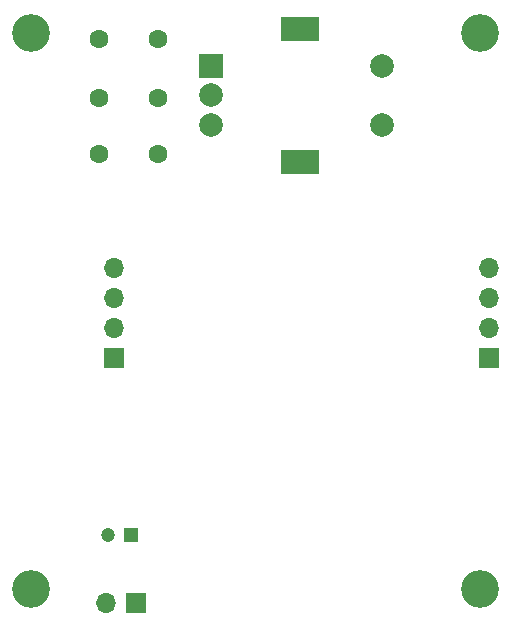
<source format=gbr>
%TF.GenerationSoftware,KiCad,Pcbnew,8.0.7*%
%TF.CreationDate,2025-02-03T11:19:23+09:00*%
%TF.ProjectId,rusty-hangulclock,72757374-792d-4686-916e-67756c636c6f,rev?*%
%TF.SameCoordinates,Original*%
%TF.FileFunction,Soldermask,Bot*%
%TF.FilePolarity,Negative*%
%FSLAX46Y46*%
G04 Gerber Fmt 4.6, Leading zero omitted, Abs format (unit mm)*
G04 Created by KiCad (PCBNEW 8.0.7) date 2025-02-03 11:19:23*
%MOMM*%
%LPD*%
G01*
G04 APERTURE LIST*
%ADD10R,1.700000X1.700000*%
%ADD11O,1.700000X1.700000*%
%ADD12C,3.200000*%
%ADD13C,1.600000*%
%ADD14R,2.000000X2.000000*%
%ADD15C,2.000000*%
%ADD16R,3.200000X2.000000*%
%ADD17R,1.200000X1.200000*%
%ADD18C,1.200000*%
G04 APERTURE END LIST*
D10*
%TO.C,J1*%
X163250000Y-116000000D03*
D11*
X163250000Y-113460000D03*
X163250000Y-110920000D03*
X163250000Y-108380000D03*
%TD*%
D12*
%TO.C,H1*%
X162500000Y-88500000D03*
%TD*%
D10*
%TO.C,J3*%
X133355000Y-136725686D03*
D11*
X130815000Y-136725686D03*
%TD*%
D12*
%TO.C,H3*%
X124500000Y-135500000D03*
%TD*%
D13*
%TO.C,C4*%
X135250000Y-89000000D03*
X130250000Y-89000000D03*
%TD*%
D14*
%TO.C,SW1*%
X139750000Y-91250000D03*
D15*
X139750000Y-96250000D03*
X139750000Y-93750000D03*
D16*
X147250000Y-88150000D03*
X147250000Y-99350000D03*
D15*
X154250000Y-96250000D03*
X154250000Y-91250000D03*
%TD*%
D13*
%TO.C,C2*%
X135250000Y-98750000D03*
X130250000Y-98750000D03*
%TD*%
D10*
%TO.C,J2*%
X131500000Y-116000000D03*
D11*
X131500000Y-113460000D03*
X131500000Y-110920000D03*
X131500000Y-108380000D03*
%TD*%
D12*
%TO.C,H4*%
X124500000Y-88500000D03*
%TD*%
D17*
%TO.C,C1*%
X133000000Y-131000000D03*
D18*
X131000000Y-131000000D03*
%TD*%
D12*
%TO.C,H2*%
X162500000Y-135500000D03*
%TD*%
D13*
%TO.C,C3*%
X135250000Y-94000000D03*
X130250000Y-94000000D03*
%TD*%
M02*

</source>
